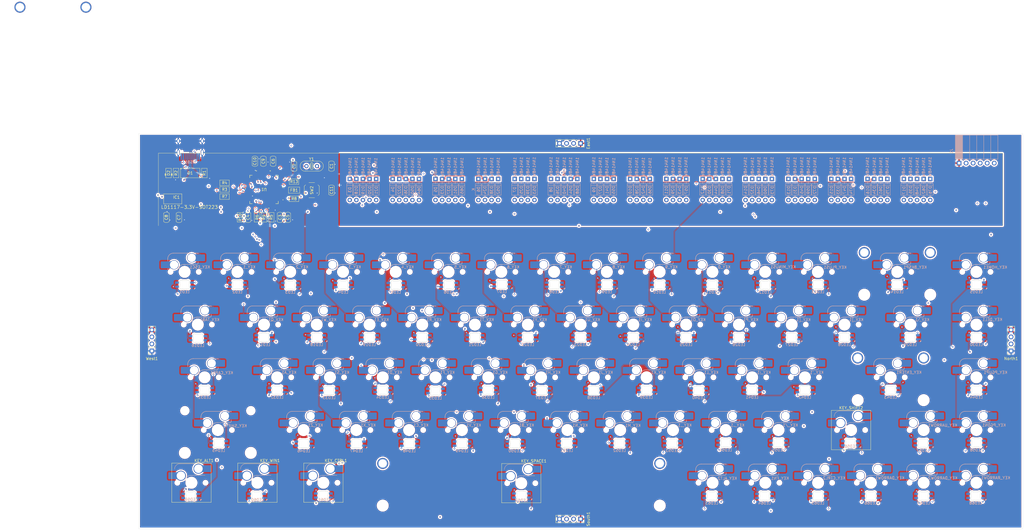
<source format=kicad_pcb>
(kicad_pcb
	(version 20241229)
	(generator "pcbnew")
	(generator_version "9.0")
	(general
		(thickness 1.6)
		(legacy_teardrops no)
	)
	(paper "A3")
	(layers
		(0 "F.Cu" signal)
		(4 "In1.Cu" signal)
		(6 "In2.Cu" signal)
		(2 "B.Cu" signal)
		(9 "F.Adhes" user "F.Adhesive")
		(11 "B.Adhes" user "B.Adhesive")
		(13 "F.Paste" user)
		(15 "B.Paste" user)
		(5 "F.SilkS" user "F.Silkscreen")
		(7 "B.SilkS" user "B.Silkscreen")
		(1 "F.Mask" user)
		(3 "B.Mask" user)
		(17 "Dwgs.User" user "User.Drawings")
		(19 "Cmts.User" user "User.Comments")
		(21 "Eco1.User" user "User.Eco1")
		(23 "Eco2.User" user "User.Eco2")
		(25 "Edge.Cuts" user)
		(27 "Margin" user)
		(31 "F.CrtYd" user "F.Courtyard")
		(29 "B.CrtYd" user "B.Courtyard")
		(35 "F.Fab" user)
		(33 "B.Fab" user)
		(39 "User.1" user)
		(41 "User.2" user)
		(43 "User.3" user)
		(45 "User.4" user)
		(47 "User.5" user)
		(49 "User.6" user)
		(51 "User.7" user)
		(53 "User.8" user)
		(55 "User.9" user)
	)
	(setup
		(stackup
			(layer "F.SilkS"
				(type "Top Silk Screen")
			)
			(layer "F.Paste"
				(type "Top Solder Paste")
			)
			(layer "F.Mask"
				(type "Top Solder Mask")
				(thickness 0.01)
			)
			(layer "F.Cu"
				(type "copper")
				(thickness 0.035)
			)
			(layer "dielectric 1"
				(type "prepreg")
				(thickness 0.1)
				(material "FR4")
				(epsilon_r 4.5)
				(loss_tangent 0.02)
			)
			(layer "In1.Cu"
				(type "copper")
				(thickness 0.035)
			)
			(layer "dielectric 2"
				(type "core")
				(thickness 1.24)
				(material "FR4")
				(epsilon_r 4.5)
				(loss_tangent 0.02)
			)
			(layer "In2.Cu"
				(type "copper")
				(thickness 0.035)
			)
			(layer "dielectric 3"
				(type "prepreg")
				(thickness 0.1)
				(material "FR4")
				(epsilon_r 4.5)
				(loss_tangent 0.02)
			)
			(layer "B.Cu"
				(type "copper")
				(thickness 0.035)
			)
			(layer "B.Mask"
				(type "Bottom Solder Mask")
				(thickness 0.01)
			)
			(layer "B.Paste"
				(type "Bottom Solder Paste")
			)
			(layer "B.SilkS"
				(type "Bottom Silk Screen")
			)
			(copper_finish "HAL lead-free")
			(dielectric_constraints no)
		)
		(pad_to_mask_clearance 0)
		(allow_soldermask_bridges_in_footprints no)
		(tenting front back)
		(grid_origin 44.85125 47.625)
		(pcbplotparams
			(layerselection 0x00000000_00000000_55555555_5755f5ff)
			(plot_on_all_layers_selection 0x00000000_00000000_00000000_00000000)
			(disableapertmacros no)
			(usegerberextensions no)
			(usegerberattributes yes)
			(usegerberadvancedattributes yes)
			(creategerberjobfile yes)
			(dashed_line_dash_ratio 12.000000)
			(dashed_line_gap_ratio 3.000000)
			(svgprecision 4)
			(plotframeref no)
			(mode 1)
			(useauxorigin no)
			(hpglpennumber 1)
			(hpglpenspeed 20)
			(hpglpendiameter 15.000000)
			(pdf_front_fp_property_popups yes)
			(pdf_back_fp_property_popups yes)
			(pdf_metadata yes)
			(pdf_single_document no)
			(dxfpolygonmode yes)
			(dxfimperialunits yes)
			(dxfusepcbnewfont yes)
			(psnegative no)
			(psa4output no)
			(plot_black_and_white yes)
			(sketchpadsonfab no)
			(plotpadnumbers no)
			(hidednponfab no)
			(sketchdnponfab yes)
			(crossoutdnponfab yes)
			(subtractmaskfromsilk no)
			(outputformat 1)
			(mirror no)
			(drillshape 1)
			(scaleselection 1)
			(outputdirectory "")
		)
	)
	(net 0 "")
	(net 1 "GND")
	(net 2 "+3.3V")
	(net 3 "+5V")
	(net 4 "Net-(D3-A)")
	(net 5 "Net-(D4-A)")
	(net 6 "Net-(D5-A)")
	(net 7 "Net-(D6-A)")
	(net 8 "Net-(D7-A)")
	(net 9 "Net-(D8-A)")
	(net 10 "Net-(D9-A)")
	(net 11 "Net-(D10-A)")
	(net 12 "Net-(D11-A)")
	(net 13 "Net-(D12-A)")
	(net 14 "Net-(D13-A)")
	(net 15 "Net-(D14-A)")
	(net 16 "Net-(D15-A)")
	(net 17 "Net-(D16-A)")
	(net 18 "Net-(D17-A)")
	(net 19 "Net-(D18-A)")
	(net 20 "Net-(D19-A)")
	(net 21 "Net-(D20-A)")
	(net 22 "Net-(D21-A)")
	(net 23 "Net-(D22-A)")
	(net 24 "Net-(D23-A)")
	(net 25 "Net-(D29-A)")
	(net 26 "Net-(D30-A)")
	(net 27 "Net-(D31-A)")
	(net 28 "Net-(D32-A)")
	(net 29 "Net-(D33-A)")
	(net 30 "Net-(D24-A)")
	(net 31 "Net-(D25-A)")
	(net 32 "Net-(D26-A)")
	(net 33 "Net-(D27-A)")
	(net 34 "Net-(D28-A)")
	(net 35 "Net-(D34-A)")
	(net 36 "/COL2")
	(net 37 "/COL3")
	(net 38 "/COL4")
	(net 39 "/COL5")
	(net 40 "/COL1")
	(net 41 "Net-(LED1-DOUT)")
	(net 42 "/RGB_DATAIN")
	(net 43 "Net-(U1-OSCIN)")
	(net 44 "Net-(U1-OSCOUT)")
	(net 45 "Net-(U1-VCAP)")
	(net 46 "/NRST")
	(net 47 "/D+")
	(net 48 "/D-")
	(net 49 "/ROW1")
	(net 50 "/ROW2")
	(net 51 "/ROW3")
	(net 52 "/ROW4")
	(net 53 "/ROW5")
	(net 54 "Net-(D35-A)")
	(net 55 "/UART_TX_EAST")
	(net 56 "/UART_RX_EAST")
	(net 57 "Net-(U1-VDDA)")
	(net 58 "Net-(D36-A)")
	(net 59 "Net-(D37-A)")
	(net 60 "Net-(D38-A)")
	(net 61 "Net-(D39-A)")
	(net 62 "Net-(D40-A)")
	(net 63 "Net-(D41-A)")
	(net 64 "Net-(D42-A)")
	(net 65 "Net-(D43-A)")
	(net 66 "Net-(D44-A)")
	(net 67 "Net-(D45-A)")
	(net 68 "Net-(D46-A)")
	(net 69 "Net-(D47-A)")
	(net 70 "Net-(D48-A)")
	(net 71 "Net-(D50-A)")
	(net 72 "Net-(D51-A)")
	(net 73 "Net-(D52-A)")
	(net 74 "Net-(D53-A)")
	(net 75 "Net-(D54-A)")
	(net 76 "Net-(D55-A)")
	(net 77 "Net-(D56-A)")
	(net 78 "Net-(D57-A)")
	(net 79 "Net-(D58-A)")
	(net 80 "/UART_TX_NORTH")
	(net 81 "/UART_RX_NORTH")
	(net 82 "Net-(USB1-CC2)")
	(net 83 "Net-(USB1-CC1)")
	(net 84 "Net-(U1-PA11)")
	(net 85 "Net-(U1-PA12)")
	(net 86 "Net-(U1-BOOT)")
	(net 87 "/JTCLK")
	(net 88 "Net-(J1-Pin_2)")
	(net 89 "/JTMS")
	(net 90 "Net-(J1-Pin_4)")
	(net 91 "Net-(J1-Pin_5)")
	(net 92 "Net-(J1-Pin_6)")
	(net 93 "/SWO")
	(net 94 "/UART_TX_SOUTH")
	(net 95 "/UART_RX_SOUTH")
	(net 96 "unconnected-(U1-PB12-Pad33)")
	(net 97 "AGND")
	(net 98 "Net-(D59-A)")
	(net 99 "/UART_TX_WEST")
	(net 100 "unconnected-(U1-PC14-Pad3)")
	(net 101 "unconnected-(U1-PC15-Pad4)")
	(net 102 "Net-(D60-A)")
	(net 103 "Net-(D61-A)")
	(net 104 "Net-(D62-A)")
	(net 105 "unconnected-(U1-PC1-Pad9)")
	(net 106 "unconnected-(U1-PC3-Pad11)")
	(net 107 "Net-(D64-A)")
	(net 108 "unconnected-(U1-PC2-Pad10)")
	(net 109 "Net-(D65-A)")
	(net 110 "Net-(D68-A)")
	(net 111 "/UART_RX_WEST")
	(net 112 "Net-(D71-A)")
	(net 113 "Net-(D72-A)")
	(net 114 "Net-(D73-A)")
	(net 115 "unconnected-(U1-PC0-Pad8)")
	(net 116 "unconnected-(U1-PC13-Pad2)")
	(net 117 "Net-(D2-A)")
	(net 118 "unconnected-(USB1-SBU2-Pad3)")
	(net 119 "unconnected-(USB1-SBU1-Pad9)")
	(net 120 "unconnected-(U1-PB8-Pad61)")
	(net 121 "unconnected-(U1-PB9-Pad62)")
	(net 122 "Net-(D74-A)")
	(net 123 "Net-(D75-A)")
	(net 124 "Net-(D76-A)")
	(net 125 "/COL12")
	(net 126 "/COL9")
	(net 127 "/COL10")
	(net 128 "/COL11")
	(net 129 "/COL6")
	(net 130 "/COL7")
	(net 131 "/COL8")
	(net 132 "/COL14")
	(net 133 "/COL13")
	(net 134 "/COL15")
	(net 135 "unconnected-(U1-PC4-Pad24)")
	(net 136 "Net-(LED2-DOUT)")
	(net 137 "Net-(LED3-DOUT)")
	(net 138 "Net-(LED4-DOUT)")
	(net 139 "Net-(LED5-DOUT)")
	(net 140 "Net-(LED6-DOUT)")
	(net 141 "Net-(LED7-DOUT)")
	(net 142 "Net-(LED8-DOUT)")
	(net 143 "Net-(LED10-DIN)")
	(net 144 "Net-(LED10-DOUT)")
	(net 145 "Net-(LED11-DOUT)")
	(net 146 "Net-(LED12-DOUT)")
	(net 147 "Net-(LED13-DOUT)")
	(net 148 "Net-(LED14-DOUT)")
	(net 149 "Net-(LED15-DOUT)")
	(net 150 "Net-(LED16-DOUT)")
	(net 151 "Net-(LED17-DOUT)")
	(net 152 "Net-(LED18-DOUT)")
	(net 153 "Net-(LED19-DOUT)")
	(net 154 "Net-(LED20-DOUT)")
	(net 155 "Net-(LED21-DOUT)")
	(net 156 "Net-(LED22-DOUT)")
	(net 157 "Net-(LED23-DOUT)")
	(net 158 "Net-(LED24-DOUT)")
	(net 159 "Net-(LED25-DOUT)")
	(net 160 "Net-(LED26-DOUT)")
	(net 161 "Net-(LED27-DOUT)")
	(net 162 "Net-(LED28-DOUT)")
	(net 163 "Net-(LED29-DOUT)")
	(net 164 "Net-(LED30-DOUT)")
	(net 165 "Net-(LED31-DOUT)")
	(net 166 "Net-(LED32-DOUT)")
	(net 167 "Net-(LED33-DOUT)")
	(net 168 "Net-(LED34-DOUT)")
	(net 169 "Net-(LED35-DOUT)")
	(net 170 "Net-(LED36-DOUT)")
	(net 171 "Net-(LED37-DOUT)")
	(net 172 "Net-(LED38-DOUT)")
	(net 173 "Net-(LED39-DOUT)")
	(net 174 "Net-(LED40-DOUT)")
	(net 175 "Net-(LED41-DOUT)")
	(net 176 "Net-(LED42-DOUT)")
	(net 177 "Net-(LED43-DOUT)")
	(net 178 "Net-(LED44-DOUT)")
	(net 179 "Net-(LED45-DOUT)")
	(net 180 "Net-(LED46-DOUT)")
	(net 181 "Net-(LED47-DOUT)")
	(net 182 "Net-(LED48-DOUT)")
	(net 183 "Net-(LED49-DOUT)")
	(net 184 "Net-(LED50-DOUT)")
	(net 185 "Net-(LED51-DOUT)")
	(net 186 "Net-(LED52-DOUT)")
	(net 187 "Net-(LED53-DOUT)")
	(net 188 "Net-(LED54-DOUT)")
	(net 189 "Net-(LED55-DOUT)")
	(net 190 "Net-(LED56-DOUT)")
	(net 191 "Net-(LED57-DOUT)")
	(net 192 "Net-(LED58-DOUT)")
	(net 193 "Net-(LED59-DOUT)")
	(net 194 "Net-(LED60-DOUT)")
	(net 195 "Net-(LED61-DOUT)")
	(net 196 "Net-(LED62-DOUT)")
	(net 197 "Net-(LED63-DOUT)")
	(net 198 "Net-(LED64-DOUT)")
	(net 199 "Net-(LED65-DOUT)")
	(net 200 "Net-(LED66-DOUT)")
	(net 201 "Net-(LED67-DOUT)")
	(net 202 "unconnected-(LED68-DOUT-Pad2)")
	(net 203 "unconnected-(U1-PA6-Pad22)")
	(net 204 "unconnected-(U1-PA4-Pad20)")
	(net 205 "unconnected-(U1-PA7-Pad23)")
	(footprint "PCM_Resistor_SMD_AKL:R_0805_2012Metric" (layer "F.Cu") (at 87.6083 77.925 90))
	(footprint "PCM_Capacitor_SMD_AKL:C_0805_2012Metric" (layer "F.Cu") (at 54.8513 77.95 90))
	(footprint "PCM_marbastlib-mx:STAB_MX_P_2u" (layer "F.Cu") (at 318.695 97.6312))
	(footprint "PCM_Resistor_SMD_AKL:R_0805_2012Metric" (layer "F.Cu") (at 100.9513 65.025 180))
	(footprint "PCM_Switch_Keyboard_Hotswap_Kailh:SW_Hotswap_Kailh_MX_Plated_1.25u" (layer "F.Cu") (at 111.5263 173.8312))
	(footprint "PCM_Switch_Keyboard_Hotswap_Kailh:SW_Hotswap_Kailh_MX_Plated_1.25u" (layer "F.Cu") (at 182.9638 173.99))
	(footprint "Connector_PinSocket_2.54mm:PinSocket_1x04_P2.54mm_Vertical" (layer "F.Cu") (at 359.7718 126.2063 180))
	(footprint "PCM_Resistor_SMD_AKL:R_0805_2012Metric" (layer "F.Cu") (at 92.7083 77.925 90))
	(footprint "PCM_Resistor_SMD_AKL:R_0805_2012Metric" (layer "F.Cu") (at 81.4763 77.925 90))
	(footprint "Connector_PinSocket_2.54mm:PinSocket_1x04_P2.54mm_Vertical" (layer "F.Cu") (at 49.6138 126.2063 180))
	(footprint "PCM_marbastlib-mx:STAB_MX_2.25u" (layer "F.Cu") (at 73.4263 154.7812))
	(footprint "PCM_marbastlib-mx:STAB_MX_P_6.25u" (layer "F.Cu") (at 182.9638 173.8312))
	(footprint "PCM_Resistor_SMD_AKL:R_0805_2012Metric" (layer "F.Cu") (at 75.8763 67.8656 180))
	(footprint "PCM_marbastlib-mx:STAB_MX_P_2.25u" (layer "F.Cu") (at 316.3138 135.7312))
	(footprint "PCM_Capacitor_SMD_AKL:C_0805_2012Metric" (layer "F.Cu") (at 93.4013 57.65 90))
	(footprint "PCM_Resistor_SMD_AKL:R_0805_2012Metric" (layer "F.Cu") (at 75.8763 70.425))
	(footprint "PCM_Capacitor_SMD_AKL:C_0805_2012Metric" (layer "F.Cu") (at 100.9513 59.475 90))
	(footprint "PCM_Capacitor_SMD_AKL:C_0805_2012Metric" (layer "F.Cu") (at 89.8513 57.65 -90))
	(footprint "PCM_Capacitor_SMD_AKL:C_0805_2012Metric" (layer "F.Cu") (at 84.3513 77.925 -90))
	(footprint "PCM_Switch_Keyboard_Hotswap_Kailh:SW_Hotswap_Kailh_MX_Plated_1.25u" (layer "F.Cu") (at 63.9013 173.8312))
	(footprint "PCM_marbastlib-various:SW_SPST_SKQG_WithStem" (layer "F.Cu") (at 107.3413 68.125 90))
	(footprint "PCM_Diode_SMD_AKL:D_SOD-323" (layer "F.Cu") (at 55.6513 61.925 90))
	(footprint "PCM_marbastlib-mx:STAB_MX_P_2u" (layer "F.Cu") (at 13.9063 8.985))
	(footprint "PCM_Switch_Keyboard_Hotswap_Kailh:SW_Hotswap_Kailh_MX_Plated_1.25u" (layer "F.Cu") (at 87.7138 173.8312))
	(footprint "PCM_Resistor_SMD_AKL:R_0805_2012Metric" (layer "F.Cu") (at 58.3513 61.925 -90))
	(footprint "PCM_Capacitor_SMD_AKL:C_0805_2012Metric" (layer "F.Cu") (at 86.8013 57.65 90))
	(footprint "PCM_Capacitor_SMD_AKL:C_0805_2012Metric" (layer "F.Cu") (at 114.4763 68.125 90))
	(footprint "PCM_Resistor_SMD_AKL:R_0805_2012Metric" (layer "F.Cu") (at 90.1083 77.925 90))
	(footprint "PCM_Fuse_AKL:Fuse_0805_2012Metric_Pad1.15x1.40mm_BigPads"
		(layer "F.Cu")
		(uuid "9dc39ee3-982f-4175-b2f8-503bd38612b8")
		(at 100.9513 68.125)
		(descr "Fuse SMD 0805 (2012 Metric), square (rectangular) end terminal, IPC_7351 nominal with elongated pad for handsoldering. (Body size source: https://docs.google.com/spreadsheets/d/1BsfQQcO9C6DZCsRaXUlFlo91Tg2WpOkGARC1WS5S8t0/edit?usp=sharing), Alternate KiCAD Library")
		(tags "fuse big pads")
		(property "Reference" "FB1"
			(at 0 0 0)
			(layer "F.SilkS")
			(uuid "579348de-11c3-44fc-8c41-9ddd4f8d79e9")
			(effects
				(font
					(size 1 1)
					(thickness 0.15)
				)
			)
		)
		(property "Value" "Ferrite_Bead"
			(at 0 1.65 0)
			(layer "F.Fab")
			(hide yes)
			(uuid "201b5a3d-bc77-43bd-810a-246406e2ca8d")
			(effects
				(font
					(size 1 1)
					(thickness 0.15)
				)
			)
		)
		(property "Datasheet" "~"
			(at 0 0 0)
			(layer "F.Fab")
			(hide yes)
			(uuid "1d1779bf-e615-4f9c-8c88-9bcd5a6512f7")
			(effects
				(font
					(size 1.27 1.27)
					(thickness 0.15)
				)
			)
		)
		(property "Description" "Ferrite bead, Alternate KiCAD Library"
			(at 0 0 0)
			(layer "F.Fab")
			(hide yes)
			(uuid "925069ce-f9eb-4262-b343-e6a4bc61ace3")
			(effects
				(font
					(size 1.27 1.27)
					(thickness 0.15)
				)
			)
		)
		(property ki_fp_filters "*Fuse*")
		(path "/419d9c4f-4ab7-4264-9f26-8a0424a1c835")
		(sheetname "/")
		(sheetfile "68percent.kicad_sch")
		(attr smd)
		(fp_line
			(start -2 -1.1)
			(end -2 1.1)
			(stroke
				(width 0.12)
				(type solid)
			)
			(layer "F.SilkS")
			(uuid "9003ea98-b5e6-42bd-bfe2-bd8273fefc06")
		)
		(fp_line
			(start -2 1.1)
			(end 2 1.1)
			(stroke
				(width 0.12)
				(type solid)
			)
			(layer "F.SilkS")
			(uuid "126e7eb9-6481-4bef-90d8-eeda0b903548")
		)
		(fp_line
			(start 2 -1.1)
			(end -2 -1.1)
			(stroke
				(width 0.12)
				(type solid)
			)
			(layer "F.SilkS")
			(uuid "8003f843-55f9-400e-9e15-938309e46d04")
		)
		(fp_line
			(start 2 1.1)
			(end 2 -1.1)
			(stroke
				(width 0.12)
				(type solid)
			)
			(layer "F.SilkS")
			(uuid "2258821d-3c56-4f9e-95bc-4b6be854b0ee")
		)
		(fp_line
			(start -1.905 -1.016)
			(end 1.905 -1.016)
			(stroke
				(width 0.05)
				(type solid)
			)
			(layer "F.CrtYd")
			(uuid "3b6a8fd2-2065-440b-9cac-364977698107")
		)
		(fp_line
			(start -1.905 1.016)
			(end -1.905 -1.016)
			(stroke
				(width 0.05)
				(type solid)
			)
			(layer "F.CrtYd")
			(uuid "65deda1b-5090-4688-af37-b66c4d2598c1")
		)
		(fp_line
			(start 1.905 -1.016)
			(end 1.905 1.016)
			(stroke
				(width 0.05)
				(type solid)
			)
			(layer "F.CrtYd")
			(uuid "d2f2c216-3823-4091-a659-2a4f6cf12518")
		)
		(fp_line
			(start 1.905 1.016)
			(end -1.905 1.016)
			(stroke
				(width 0.05)
				(type solid)
			)
			(layer "F.CrtYd")
			(uuid "ab86f1ee-77e3-41b3-aae2-e43217d906fe")
		)
		(fp_line
			(start -1 -0.6)
			(end 1 -0.6)
			(stroke
				(width 0.1)
				(type solid)
			)
			(layer "F.Fab")
			(uuid "d7897f3e-5674-4dc4-a07c-71e32c92f89f")
		)
		(fp_line
			(start -1 0.6)
			(end -1 -0.6)
			(stroke
				(width 0.1)
				(type solid)
			)
			(layer "F.Fab")
			(uuid "14b75c3e-e897-4329-a25b-cd386d5e4e90")
		)
		(fp_line
			(start 1 -0.6)
			(end 1 0.6)
			(stroke
				(width 0.1)
				(type solid)
			)
			(layer "F.Fab")
			(uuid "c525a9f0-93d3-4651-875a-9fe2ba8901c4")
		)
		(fp_line
			(start 1 0.6)
			(end -1 0.6)
			(stroke
... [5830017 chars truncated]
</source>
